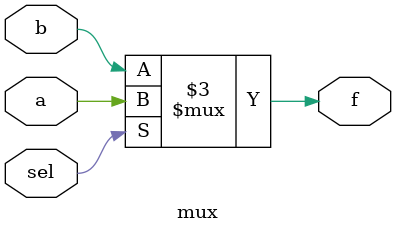
<source format=sv>
`timescale 1ns / 100ps


module testbench #(parameter N = 26);
    logic r, clk, load;
    logic [3:0] s;
    logic [N-1:0] q, qbar;

    lfsr #(N) dut(.*); // instantiate all ports

    localparam clk_period = 10;
    localparam cycle_period = (clk_period*N);

    initial begin
        s[3:0] = 4'b0;
        r = 1;
        clk = 0;
        load = 0;
    end

    always
        #(clk_period/2) clk = ~clk;

    initial begin
        // Loading seed
        #clk_period 
        r = 0;
        load = 1;
        s[3:0] = 4'b0001;

        // Finish loading seed
        #clk_period
        load = 0;
        s[3:0] = 4'b0;

        #(cycle_period) $finish;
    end


endmodule

module lfsr #(parameter N = 26)
                (input clk,
                 input r,
                 input [3:0] s,
                 input load,
                 output logic [N-1:0] q,
                 output logic [N-1:0] qbar);

    logic [N-1:0] tap_out;
    logic [N-1:0] load_mux_out;
    logic zero = 0;

    genvar i_load_mux;
    generate 
        for (i_load_mux = 0; i_load_mux < 4; i_load_mux++) begin
            mux load_mux(load_mux_out[i_load_mux], load, s[i_load_mux], zero);
        end
    endgenerate

    genvar i;
    generate
        for (i = 1; i < N; i++) begin
            logic tap_location = (i - 1 > 0) ? (i - 1) : N-1; // Tap location is 1 behind the index location (on the first index, tap is created on the last index)

            // Create a flip-flop with a tap
            if ((tap_location == 0) || (tap_location == 1) || (tap_location == 5) || (tap_location == 25)) begin
                xor tap(tap_out[i], q[N-1], q[tap_location]);
                d_flip_flop_with_sr gen_with_tap(tap_out[i], (i < 4) ? load_mux_out[i] : zero, r, clk, q[i], qbar[i]);
            end

            // Create a flip-flop with no tap
            else begin
                d_flip_flop_with_sr gen_no_tap(q[i-1], (i < 4) ? load_mux_out[i] : zero, r, clk, q[i], qbar[i]);
            end

        end
    endgenerate
endmodule

// See https://en.wikipedia.org/wiki/Flip-flop_(electronics)#/media/File:Edge_triggered_D_flip_flop_with_set_and_reset.svg for diagram
module d_flip_flop_with_sr(d, s, r, clk, q, qbar);

    input d,s,r,clk;
    output reg q, qbar;

    always @(posedge clk)
    begin
        if (s == 0 && r == 0)
            begin
                q = d;
                qbar = ~d;
            end
        else
            begin
               q = s;
               qbar = r;
            end
    end
endmodule

module mux(f, sel, a, b);
    output f;
    input a, b, sel;
    reg f;

    always @(a or b or sel)
        if (sel) f = a;
        else f = b;
endmodule

</source>
